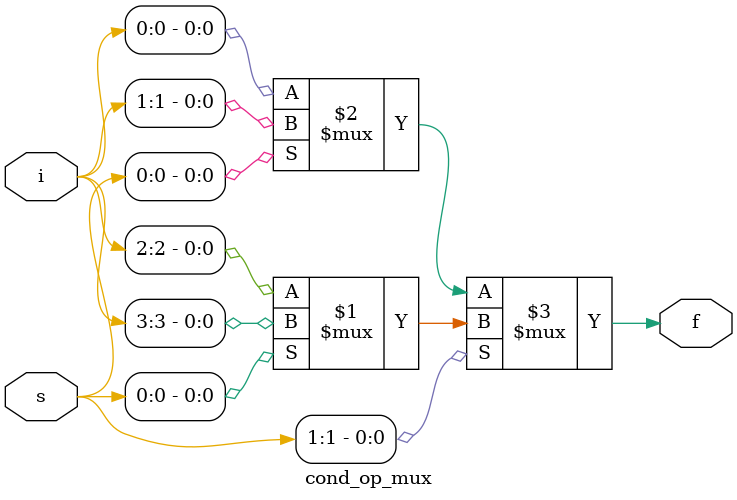
<source format=v>
`timescale 1ns / 1ps
module cond_op_mux(i,s,f);
input [3:0]i;
input [1:0]s;
output f;
assign #1  f = (s[1]?(s[0]? i[3]:i[2]):(s[0] ? i[1]:i[0]));
endmodule

</source>
